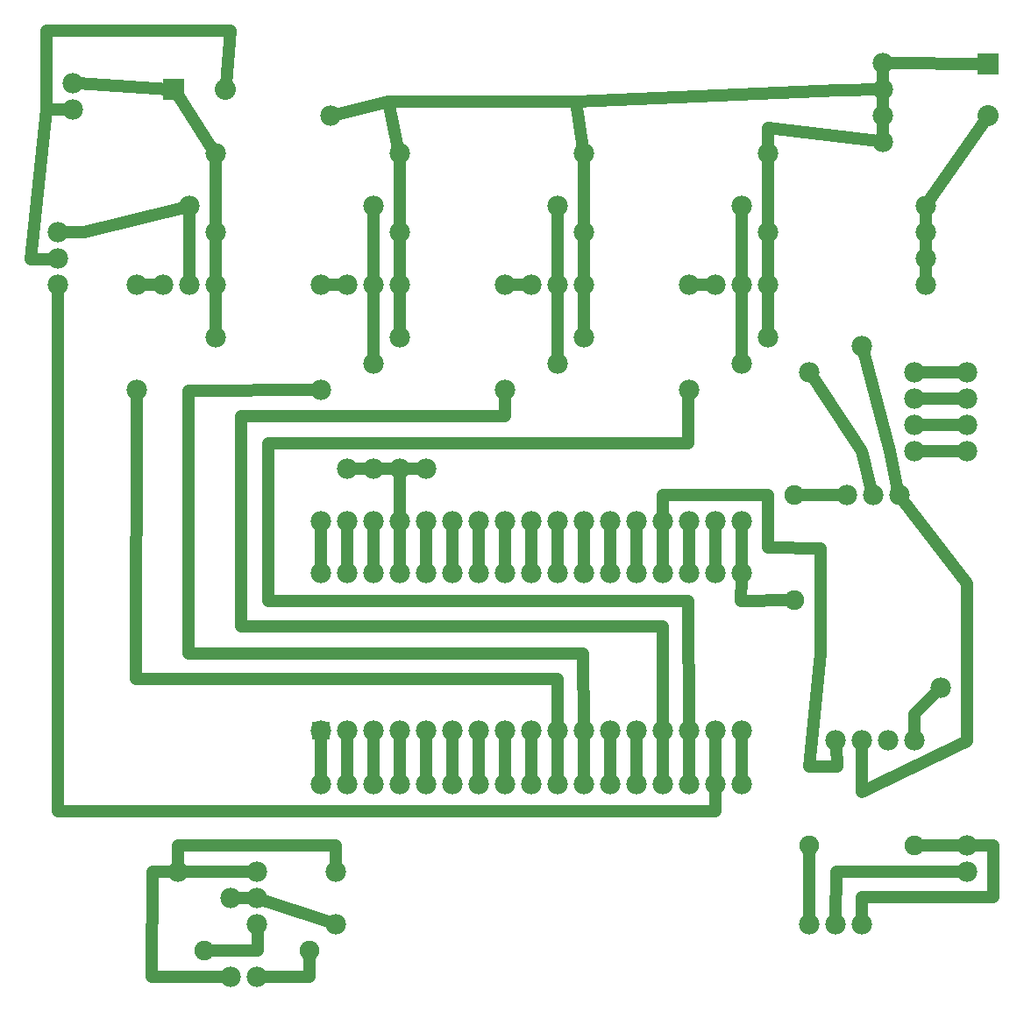
<source format=gbl>
G04 MADE WITH FRITZING*
G04 WWW.FRITZING.ORG*
G04 DOUBLE SIDED*
G04 HOLES PLATED*
G04 CONTOUR ON CENTER OF CONTOUR VECTOR*
%ASAXBY*%
%FSLAX23Y23*%
%MOIN*%
%OFA0B0*%
%SFA1.0B1.0*%
%ADD10C,0.080000*%
%ADD11C,0.078000*%
%ADD12C,0.075000*%
%ADD13C,0.070555*%
%ADD14C,0.070583*%
%ADD15R,0.080000X0.080000*%
%ADD16R,0.070542X0.070570*%
%ADD17C,0.048000*%
%ADD18C,0.024000*%
%LNCOPPER0*%
G90*
G70*
G54D10*
X623Y3461D03*
X820Y3461D03*
X3720Y3558D03*
X3720Y3361D03*
X3720Y3558D03*
X3720Y3361D03*
G54D11*
X1220Y3361D03*
X1220Y3361D03*
G54D12*
X740Y185D03*
X1140Y185D03*
X740Y185D03*
X1140Y185D03*
G54D11*
X940Y485D03*
X940Y385D03*
X940Y285D03*
X940Y485D03*
X940Y385D03*
X940Y285D03*
G54D12*
X940Y485D03*
X940Y385D03*
X940Y285D03*
X940Y485D03*
X940Y385D03*
X940Y285D03*
G54D11*
X840Y85D03*
X940Y85D03*
X840Y85D03*
X940Y85D03*
X1240Y485D03*
X1240Y485D03*
X1240Y285D03*
X1240Y285D03*
X840Y385D03*
X840Y385D03*
X640Y485D03*
X640Y485D03*
X3640Y585D03*
X3640Y485D03*
X3040Y285D03*
X3140Y285D03*
X3240Y285D03*
G54D12*
X3040Y585D03*
X3440Y585D03*
X3040Y585D03*
X3440Y585D03*
X3381Y1917D03*
X3281Y1917D03*
X3181Y1917D03*
X3381Y1917D03*
X3281Y1917D03*
X3181Y1917D03*
X2881Y2717D03*
X2781Y2717D03*
X2681Y2717D03*
X2881Y2717D03*
X2781Y2717D03*
X2681Y2717D03*
X2181Y2717D03*
X2081Y2717D03*
X1981Y2717D03*
X2181Y2717D03*
X2081Y2717D03*
X1981Y2717D03*
X1481Y2717D03*
X1381Y2717D03*
X1281Y2717D03*
X1481Y2717D03*
X1381Y2717D03*
X1281Y2717D03*
X781Y2717D03*
X681Y2717D03*
X581Y2717D03*
X781Y2717D03*
X681Y2717D03*
X581Y2717D03*
X2981Y1917D03*
X2981Y1517D03*
X2981Y1917D03*
X2981Y1517D03*
X2581Y2717D03*
X2581Y2317D03*
X2581Y2717D03*
X2581Y2317D03*
X1881Y2717D03*
X1881Y2317D03*
X1881Y2717D03*
X1881Y2317D03*
X1181Y2717D03*
X1181Y2317D03*
X1181Y2717D03*
X1181Y2317D03*
X481Y2717D03*
X481Y2317D03*
X481Y2717D03*
X481Y2317D03*
G54D11*
X1581Y2017D03*
X1481Y2017D03*
X1381Y2017D03*
X1281Y2017D03*
X1581Y2017D03*
X1481Y2017D03*
X1381Y2017D03*
X1281Y2017D03*
X1183Y1020D03*
X1283Y1020D03*
X1383Y1020D03*
X1483Y1020D03*
X1583Y1020D03*
X1683Y1020D03*
X1783Y1020D03*
X1883Y1020D03*
X1983Y1020D03*
X2083Y1020D03*
X2183Y1020D03*
X2283Y1020D03*
X2383Y1020D03*
X2483Y1020D03*
X2583Y1020D03*
X2683Y1020D03*
X2783Y1020D03*
X1183Y1020D03*
X1283Y1020D03*
X1383Y1020D03*
X1483Y1020D03*
X1583Y1020D03*
X1683Y1020D03*
X1783Y1020D03*
X1883Y1020D03*
X1983Y1020D03*
X2083Y1020D03*
X2183Y1020D03*
X2283Y1020D03*
X2383Y1020D03*
X2483Y1020D03*
X2583Y1020D03*
X2683Y1020D03*
X2783Y1020D03*
X1183Y1620D03*
X1283Y1620D03*
X1383Y1620D03*
X1483Y1620D03*
X1583Y1620D03*
X1683Y1620D03*
X1783Y1620D03*
X1883Y1620D03*
X1983Y1620D03*
X2083Y1620D03*
X2183Y1620D03*
X2283Y1620D03*
X2383Y1620D03*
X2483Y1620D03*
X2583Y1620D03*
X2683Y1620D03*
X2783Y1620D03*
X1183Y1620D03*
X1283Y1620D03*
X1383Y1620D03*
X1483Y1620D03*
X1583Y1620D03*
X1683Y1620D03*
X1783Y1620D03*
X1883Y1620D03*
X1983Y1620D03*
X2083Y1620D03*
X2183Y1620D03*
X2283Y1620D03*
X2383Y1620D03*
X2483Y1620D03*
X2583Y1620D03*
X2683Y1620D03*
X2783Y1620D03*
G54D13*
X1183Y1020D03*
X1283Y1020D03*
X1383Y1020D03*
X1483Y1020D03*
X1583Y1020D03*
X1683Y1020D03*
X1783Y1020D03*
X1883Y1020D03*
X1983Y1020D03*
G54D14*
X2083Y1020D03*
X2183Y1020D03*
X2283Y1020D03*
G54D13*
X2383Y1020D03*
X2483Y1020D03*
G54D14*
X2583Y1020D03*
X2683Y1020D03*
X2783Y1020D03*
G54D13*
X1183Y1620D03*
X1283Y1620D03*
X1383Y1620D03*
X1483Y1620D03*
X1583Y1620D03*
X1683Y1620D03*
X1983Y1620D03*
G54D14*
X2083Y1620D03*
G54D13*
X1883Y1620D03*
X1783Y1620D03*
G54D14*
X2183Y1620D03*
X2283Y1620D03*
G54D13*
X2383Y1620D03*
X2483Y1620D03*
G54D14*
X2583Y1620D03*
X2683Y1620D03*
X2783Y1620D03*
G54D11*
X3440Y2385D03*
X3440Y2285D03*
X3440Y2185D03*
X3440Y2085D03*
X3440Y2385D03*
X3440Y2285D03*
X3440Y2185D03*
X3440Y2085D03*
X3640Y2385D03*
X3640Y2285D03*
X3640Y2185D03*
X3640Y2085D03*
X3640Y2385D03*
X3640Y2285D03*
X3640Y2185D03*
X3640Y2085D03*
X181Y2917D03*
X181Y2817D03*
X181Y2717D03*
X181Y2917D03*
X181Y2817D03*
X181Y2717D03*
X3320Y3561D03*
X3320Y3461D03*
X3320Y3361D03*
X3320Y3261D03*
X3320Y3561D03*
X3320Y3461D03*
X3320Y3361D03*
X3320Y3261D03*
X3481Y3017D03*
X3481Y2917D03*
X3481Y2817D03*
X3481Y2717D03*
X3481Y3017D03*
X3481Y2917D03*
X3481Y2817D03*
X3481Y2717D03*
X240Y3485D03*
X240Y3385D03*
X240Y3485D03*
X240Y3385D03*
X2581Y2317D03*
X2581Y2317D03*
X2781Y2417D03*
X2781Y2417D03*
X2081Y2417D03*
X2081Y2417D03*
X1381Y2417D03*
X1381Y2417D03*
X1881Y2317D03*
X1881Y2317D03*
X1181Y2317D03*
X1181Y2317D03*
X481Y2317D03*
X481Y2317D03*
X2881Y2517D03*
X2881Y2517D03*
X3240Y985D03*
X3140Y985D03*
X3240Y985D03*
X3140Y985D03*
X3540Y1185D03*
X3540Y1185D03*
X3440Y985D03*
X3340Y985D03*
X3440Y985D03*
X3340Y985D03*
X3381Y1917D03*
X3281Y1917D03*
X3181Y1917D03*
X3381Y1917D03*
X3281Y1917D03*
X3181Y1917D03*
X2881Y2717D03*
X2781Y2717D03*
X2681Y2717D03*
X2881Y2717D03*
X2781Y2717D03*
X2681Y2717D03*
X2881Y3217D03*
X2881Y3217D03*
X2881Y2917D03*
X2881Y2917D03*
X2581Y2717D03*
X2581Y2717D03*
X3240Y2485D03*
X3240Y2485D03*
X3040Y2385D03*
X3040Y2385D03*
X2781Y3017D03*
X2781Y3017D03*
X2181Y3217D03*
X2181Y3217D03*
X2181Y2717D03*
X2081Y2717D03*
X1981Y2717D03*
X2181Y2717D03*
X2081Y2717D03*
X1981Y2717D03*
X2181Y2517D03*
X2181Y2517D03*
X2181Y2917D03*
X2181Y2917D03*
X1881Y2717D03*
X1881Y2717D03*
X2081Y3017D03*
X2081Y3017D03*
X1481Y2917D03*
X1481Y2917D03*
X1481Y2517D03*
X1481Y2517D03*
X1481Y2717D03*
X1381Y2717D03*
X1281Y2717D03*
X1481Y2717D03*
X1381Y2717D03*
X1281Y2717D03*
X1381Y3017D03*
X1381Y3017D03*
X1181Y2717D03*
X1181Y2717D03*
X1481Y3217D03*
X1481Y3217D03*
X681Y3017D03*
X681Y3017D03*
X781Y2517D03*
X781Y2517D03*
X781Y2717D03*
X681Y2717D03*
X581Y2717D03*
X781Y2717D03*
X681Y2717D03*
X581Y2717D03*
X781Y2917D03*
X781Y2917D03*
X481Y2717D03*
X481Y2717D03*
X781Y3217D03*
X781Y3217D03*
X2781Y1817D03*
X2681Y1817D03*
X2581Y1817D03*
X2481Y1817D03*
X2381Y1817D03*
X2281Y1817D03*
X2181Y1817D03*
X2081Y1817D03*
X1981Y1817D03*
X1881Y1817D03*
X1781Y1817D03*
X1681Y1817D03*
X1581Y1817D03*
X1481Y1817D03*
X1381Y1817D03*
X1281Y1817D03*
X1181Y1817D03*
X2781Y1817D03*
X2681Y1817D03*
X2581Y1817D03*
X2481Y1817D03*
X2381Y1817D03*
X2281Y1817D03*
X2181Y1817D03*
X2081Y1817D03*
X1981Y1817D03*
X1881Y1817D03*
X1781Y1817D03*
X1681Y1817D03*
X1581Y1817D03*
X1481Y1817D03*
X1381Y1817D03*
X1281Y1817D03*
X1181Y1817D03*
X2781Y817D03*
X2681Y817D03*
X2581Y817D03*
X2481Y817D03*
X2381Y817D03*
X2281Y817D03*
X2181Y817D03*
X2081Y817D03*
X1981Y817D03*
X1881Y817D03*
X1781Y817D03*
X1681Y817D03*
X1581Y817D03*
X1481Y817D03*
X1381Y817D03*
X1281Y817D03*
X1181Y817D03*
X2781Y817D03*
X2681Y817D03*
X2581Y817D03*
X2481Y817D03*
X2381Y817D03*
X2281Y817D03*
X2181Y817D03*
X2081Y817D03*
X1981Y817D03*
X1881Y817D03*
X1781Y817D03*
X1681Y817D03*
X1581Y817D03*
X1481Y817D03*
X1381Y817D03*
X1281Y817D03*
X1181Y817D03*
G54D15*
X623Y3461D03*
X3720Y3558D03*
X3720Y3558D03*
G54D16*
X1183Y1020D03*
G54D17*
X634Y3444D02*
X770Y3233D01*
D02*
X1481Y2936D02*
X1481Y3198D01*
D02*
X2779Y1516D02*
X2963Y1517D01*
D02*
X2783Y1602D02*
X2779Y1516D01*
D02*
X2682Y716D02*
X2681Y798D01*
D02*
X182Y716D02*
X2682Y716D01*
D02*
X181Y2698D02*
X182Y716D01*
D02*
X981Y1516D02*
X2579Y1516D01*
D02*
X2579Y1516D02*
X2583Y1039D01*
D02*
X2579Y2115D02*
X981Y2115D01*
D02*
X981Y2115D02*
X981Y1516D01*
D02*
X2580Y2298D02*
X2579Y2115D01*
D02*
X878Y1419D02*
X878Y2218D01*
D02*
X2482Y1419D02*
X878Y1419D01*
D02*
X1883Y2218D02*
X1881Y2298D01*
D02*
X878Y2218D02*
X1883Y2218D01*
D02*
X2483Y1039D02*
X2482Y1419D01*
D02*
X679Y1316D02*
X2180Y1316D01*
D02*
X2180Y1316D02*
X2183Y1039D01*
D02*
X679Y2315D02*
X679Y1316D01*
D02*
X1162Y2317D02*
X679Y2315D01*
D02*
X2083Y1219D02*
X2083Y1039D01*
D02*
X479Y1219D02*
X2083Y1219D01*
D02*
X481Y2298D02*
X479Y1219D01*
D02*
X3440Y1085D02*
X3440Y1004D01*
D02*
X3527Y1171D02*
X3440Y1085D01*
D02*
X3339Y3561D02*
X3700Y3558D01*
D02*
X2781Y2436D02*
X2781Y2698D01*
D02*
X3162Y1917D02*
X2998Y1917D01*
D02*
X3277Y1934D02*
X3240Y2085D01*
D02*
X3240Y2085D02*
X3051Y2369D01*
D02*
X3377Y1935D02*
X3344Y2085D01*
D02*
X3344Y2085D02*
X3245Y2466D01*
D02*
X3082Y1715D02*
X2881Y1717D01*
D02*
X3040Y885D02*
X3082Y1316D01*
D02*
X3082Y1316D02*
X3082Y1715D01*
D02*
X2881Y1717D02*
X2881Y1919D01*
D02*
X2881Y1919D02*
X2483Y1919D01*
D02*
X2483Y1919D02*
X2481Y1836D01*
D02*
X3144Y885D02*
X3040Y885D01*
D02*
X3141Y966D02*
X3144Y885D01*
D02*
X1440Y3416D02*
X1477Y3236D01*
D02*
X2152Y3416D02*
X1440Y3416D01*
D02*
X1440Y3416D02*
X1238Y3365D01*
D02*
X79Y2815D02*
X140Y3385D01*
D02*
X140Y3385D02*
X221Y3385D01*
D02*
X162Y2816D02*
X79Y2815D01*
D02*
X281Y2919D02*
X662Y3012D01*
D02*
X200Y2917D02*
X281Y2919D01*
D02*
X1381Y2436D02*
X1381Y2698D01*
D02*
X2081Y2436D02*
X2081Y2698D01*
D02*
X1981Y836D02*
X1983Y1002D01*
D02*
X1881Y836D02*
X1883Y1002D01*
D02*
X1781Y836D02*
X1783Y1002D01*
D02*
X1681Y836D02*
X1683Y1002D01*
D02*
X1581Y836D02*
X1583Y1002D01*
D02*
X1481Y836D02*
X1483Y1002D01*
D02*
X1381Y836D02*
X1383Y1002D01*
D02*
X1281Y836D02*
X1283Y1002D01*
D02*
X1181Y836D02*
X1183Y1002D01*
D02*
X2783Y1639D02*
X2781Y1798D01*
D02*
X1883Y1639D02*
X1881Y1798D01*
D02*
X1783Y1639D02*
X1781Y1798D01*
D02*
X1683Y1639D02*
X1681Y1798D01*
D02*
X1583Y1639D02*
X1581Y1798D01*
D02*
X1483Y1639D02*
X1481Y1798D01*
D02*
X1383Y1639D02*
X1381Y1798D01*
D02*
X1283Y1639D02*
X1281Y1798D01*
D02*
X1183Y1639D02*
X1181Y1798D01*
D02*
X2663Y2717D02*
X2600Y2717D01*
D02*
X1963Y2717D02*
X1900Y2717D01*
D02*
X1263Y2717D02*
X1200Y2717D01*
D02*
X563Y2717D02*
X500Y2717D01*
D02*
X2781Y2734D02*
X2781Y2998D01*
D02*
X2081Y2734D02*
X2081Y2998D01*
D02*
X1381Y2734D02*
X1381Y2998D01*
D02*
X681Y2734D02*
X681Y2998D01*
D02*
X2881Y2734D02*
X2881Y2898D01*
D02*
X2181Y2734D02*
X2181Y2898D01*
D02*
X1481Y2734D02*
X1481Y2898D01*
D02*
X781Y2734D02*
X781Y2898D01*
D02*
X2881Y2936D02*
X2881Y3198D01*
D02*
X2181Y2936D02*
X2181Y3198D01*
D02*
X781Y2936D02*
X781Y3198D01*
D02*
X1481Y1916D02*
X1481Y1836D01*
D02*
X1481Y1998D02*
X1481Y1916D01*
D02*
X1562Y2017D02*
X1500Y2017D01*
D02*
X1462Y2017D02*
X1400Y2017D01*
D02*
X2881Y2536D02*
X2881Y2699D01*
D02*
X2181Y2536D02*
X2181Y2699D01*
D02*
X942Y186D02*
X758Y185D01*
D02*
X1481Y2536D02*
X1481Y2699D01*
D02*
X941Y267D02*
X942Y186D01*
D02*
X781Y2536D02*
X781Y2699D01*
D02*
X1140Y85D02*
X959Y85D01*
D02*
X1300Y2017D02*
X1362Y2017D01*
G54D18*
D02*
X2662Y2717D02*
X2598Y2717D01*
G54D17*
D02*
X1140Y167D02*
X1140Y85D01*
G54D18*
D02*
X1962Y2717D02*
X1898Y2717D01*
G54D17*
D02*
X659Y485D02*
X923Y485D01*
G54D18*
D02*
X1262Y2717D02*
X1198Y2717D01*
G54D17*
D02*
X859Y385D02*
X923Y385D01*
D02*
X540Y85D02*
X821Y85D01*
G54D18*
D02*
X562Y2717D02*
X498Y2717D01*
G54D17*
D02*
X542Y483D02*
X540Y85D01*
D02*
X621Y485D02*
X542Y483D01*
D02*
X1222Y291D02*
X957Y379D01*
D02*
X640Y585D02*
X1240Y585D01*
D02*
X1240Y585D02*
X1240Y504D01*
D02*
X3481Y2936D02*
X3481Y2998D01*
D02*
X640Y504D02*
X640Y585D01*
D02*
X3040Y567D02*
X3040Y304D01*
D02*
X3481Y2836D02*
X3481Y2898D01*
D02*
X3541Y585D02*
X3621Y585D01*
D02*
X3481Y2736D02*
X3481Y2798D01*
D02*
X3458Y585D02*
X3541Y585D01*
D02*
X3320Y3480D02*
X3320Y3542D01*
D02*
X3141Y486D02*
X3621Y485D01*
D02*
X3320Y3380D02*
X3320Y3442D01*
D02*
X3320Y3280D02*
X3320Y3342D01*
D02*
X3140Y304D02*
X3141Y486D01*
D02*
X3240Y387D02*
X3240Y304D01*
D02*
X3738Y387D02*
X3240Y387D01*
D02*
X3738Y585D02*
X3738Y387D01*
D02*
X3659Y585D02*
X3738Y585D01*
D02*
X3621Y2385D02*
X3459Y2385D01*
D02*
X3621Y2285D02*
X3459Y2285D01*
D02*
X3621Y2185D02*
X3459Y2185D01*
D02*
X3621Y2085D02*
X3459Y2085D01*
D02*
X2881Y3313D02*
X3301Y3263D01*
D02*
X2881Y3236D02*
X2881Y3313D01*
D02*
X3153Y3457D02*
X3320Y3461D01*
D02*
X2152Y3416D02*
X3153Y3457D01*
D02*
X3320Y3461D02*
X3320Y3542D01*
D02*
X2178Y3236D02*
X2152Y3416D01*
G54D18*
D02*
X2183Y1020D02*
X2183Y1020D01*
G54D17*
D02*
X2781Y836D02*
X2783Y1002D01*
D02*
X2681Y836D02*
X2683Y1002D01*
D02*
X2581Y836D02*
X2583Y1002D01*
D02*
X2481Y836D02*
X2483Y1002D01*
D02*
X2381Y836D02*
X2383Y1002D01*
D02*
X2281Y836D02*
X2283Y1002D01*
D02*
X2181Y836D02*
X2183Y1002D01*
D02*
X2081Y836D02*
X2083Y1002D01*
D02*
X1983Y1639D02*
X1981Y1798D01*
D02*
X2083Y1639D02*
X2081Y1798D01*
D02*
X2183Y1639D02*
X2181Y1798D01*
D02*
X2283Y1639D02*
X2281Y1798D01*
D02*
X2383Y1639D02*
X2381Y1798D01*
D02*
X2483Y1639D02*
X2481Y1798D01*
D02*
X2583Y1639D02*
X2581Y1798D01*
D02*
X2683Y1639D02*
X2681Y1798D01*
D02*
X259Y3484D02*
X603Y3462D01*
D02*
X140Y3385D02*
X140Y3685D01*
D02*
X140Y3685D02*
X840Y3685D01*
D02*
X840Y3685D02*
X821Y3481D01*
D02*
X3491Y3033D02*
X3708Y3344D01*
D02*
X3240Y966D02*
X3240Y789D01*
D02*
X3640Y1581D02*
X3392Y1902D01*
D02*
X3240Y789D02*
X3640Y981D01*
D02*
X3640Y981D02*
X3640Y1581D01*
G04 End of Copper0*
M02*
</source>
